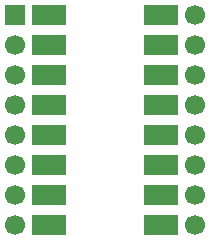
<source format=gts>
G04 #@! TF.GenerationSoftware,KiCad,Pcbnew,9.0.6*
G04 #@! TF.CreationDate,2026-01-08T00:16:10-06:00*
G04 #@! TF.ProjectId,SMDIP-16_7.62x19.84_P2.54,534d4449-502d-4313-965f-372e36327831,rev?*
G04 #@! TF.SameCoordinates,Original*
G04 #@! TF.FileFunction,Soldermask,Top*
G04 #@! TF.FilePolarity,Negative*
%FSLAX46Y46*%
G04 Gerber Fmt 4.6, Leading zero omitted, Abs format (unit mm)*
G04 Created by KiCad (PCBNEW 9.0.6) date 2026-01-08 00:16:10*
%MOMM*%
%LPD*%
G01*
G04 APERTURE LIST*
%ADD10R,1.700000X1.700000*%
%ADD11C,1.700000*%
%ADD12R,2.880000X1.700000*%
G04 APERTURE END LIST*
D10*
X126995226Y-88900000D03*
D11*
X126995226Y-91440000D03*
X126995226Y-93980000D03*
X126995226Y-96520000D03*
X126995226Y-99060000D03*
X126995226Y-101600000D03*
X126995226Y-104140000D03*
X126995226Y-106680000D03*
X142235226Y-88900000D03*
X142235226Y-91440000D03*
X142235226Y-93979999D03*
X142235226Y-96520000D03*
X142235226Y-99060000D03*
X142235226Y-101600000D03*
X142235226Y-104140000D03*
X142235226Y-106680001D03*
D12*
X129865226Y-88900000D03*
X129865226Y-91440000D03*
X129865226Y-93980000D03*
X129865226Y-96520000D03*
X129865226Y-99060000D03*
X129865226Y-101600000D03*
X129865226Y-104140000D03*
X129865226Y-106680000D03*
X139365226Y-106680000D03*
X139365226Y-104140000D03*
X139365226Y-101600000D03*
X139365226Y-99060000D03*
X139365226Y-96520000D03*
X139365226Y-93980000D03*
X139365226Y-91440000D03*
X139365226Y-88900000D03*
M02*

</source>
